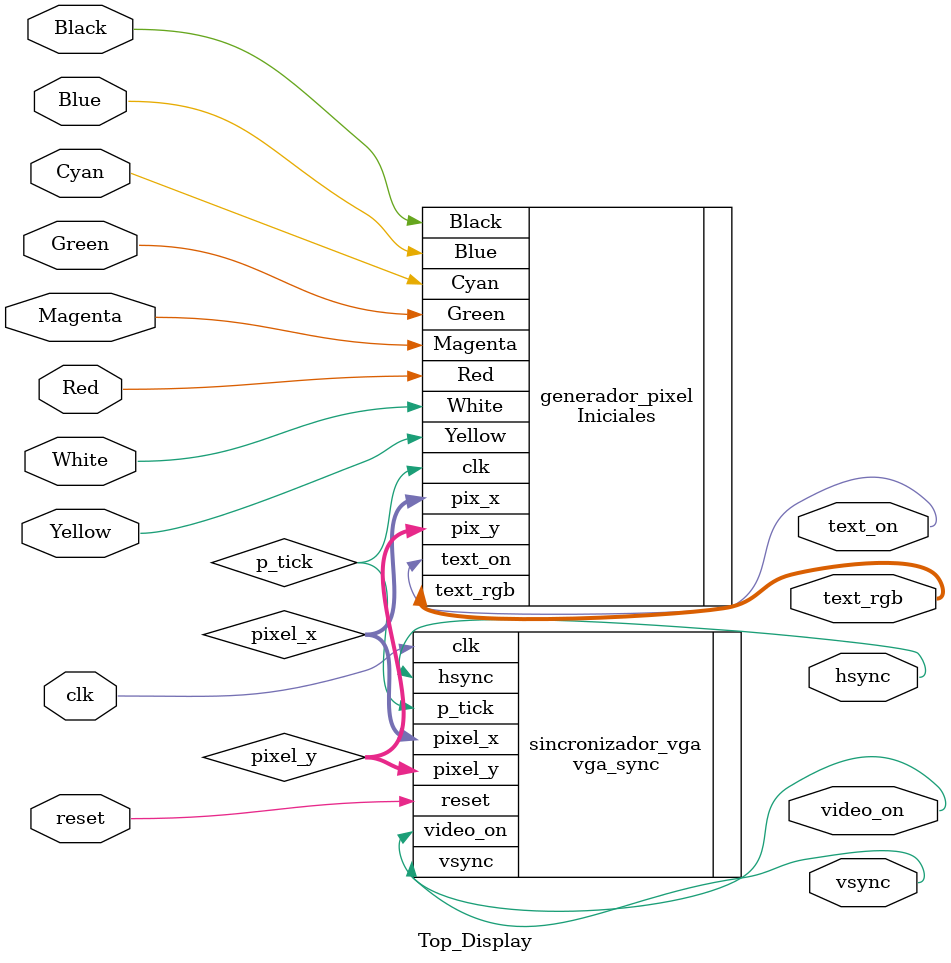
<source format=v>
`timescale 1ns / 1ps
module Top_Display(
    input wire clk,reset, //señal de reloj de la FPGA y un reset asincrónico para el sistema
	 input wire Black, Blue, Green, Cyan, Red, Magenta, Yellow, White, //colores a escoger por el usuasrio
	 output wire text_on, video_on,
	 output wire hsync, vsync,
    output wire [2:0] text_rgb
	 );
	 
	
	 wire [9:0] pixel_x, pixel_y;
	 wire p_tick;
	 
	vga_sync sincronizador_vga (.clk(clk), .reset(reset), .hsync(hsync), .vsync(vsync), .video_on(video_on), .p_tick(p_tick),
		.pixel_x(pixel_x), .pixel_y(pixel_y));
	Iniciales generador_pixel (.clk(p_tick), .pix_x(pixel_x), .pix_y(pixel_y), .Black(Black), .Blue(Blue), .Green(Green),
	.Cyan(Cyan), .Red(Red), .Magenta(Magenta), .Yellow(Yellow), .White(White), .text_on(text_on), .text_rgb(text_rgb));


endmodule

</source>
